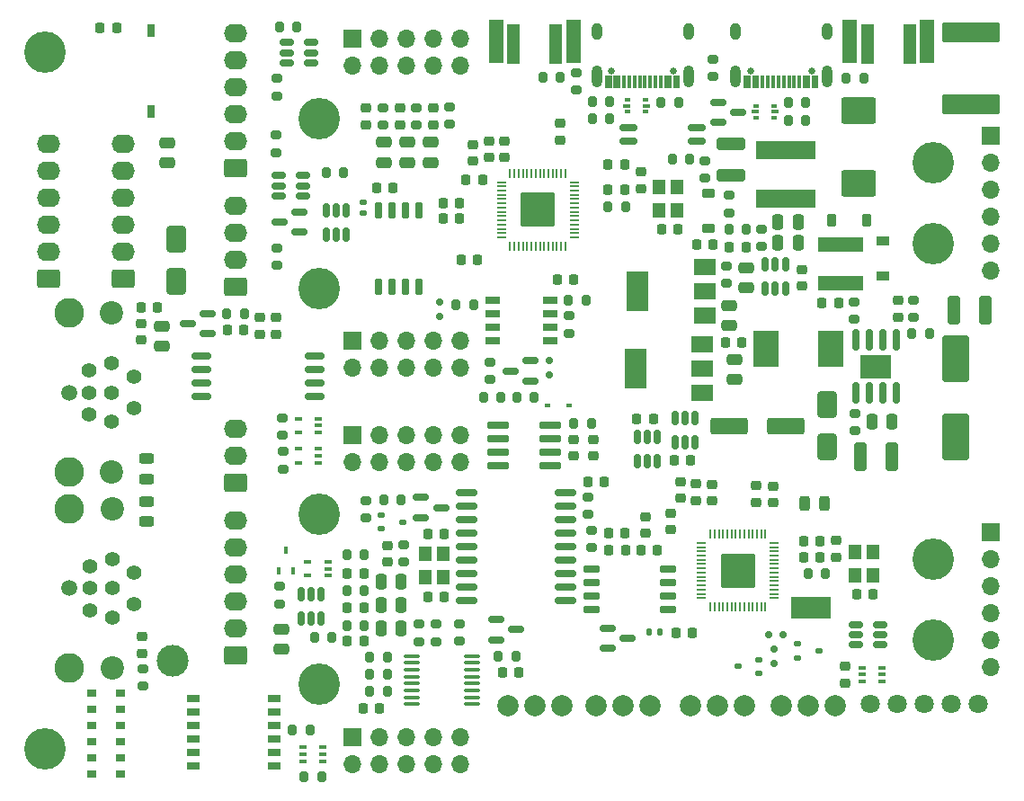
<source format=gts>
%TF.GenerationSoftware,KiCad,Pcbnew,8.0.1*%
%TF.CreationDate,2024-08-04T17:14:24+01:00*%
%TF.ProjectId,RP2040_base,52503230-3430-45f6-9261-73652e6b6963,REV1.1*%
%TF.SameCoordinates,Original*%
%TF.FileFunction,Soldermask,Top*%
%TF.FilePolarity,Negative*%
%FSLAX46Y46*%
G04 Gerber Fmt 4.6, Leading zero omitted, Abs format (unit mm)*
G04 Created by KiCad (PCBNEW 8.0.1) date 2024-08-04 17:14:24*
%MOMM*%
%LPD*%
G01*
G04 APERTURE LIST*
G04 Aperture macros list*
%AMRoundRect*
0 Rectangle with rounded corners*
0 $1 Rounding radius*
0 $2 $3 $4 $5 $6 $7 $8 $9 X,Y pos of 4 corners*
0 Add a 4 corners polygon primitive as box body*
4,1,4,$2,$3,$4,$5,$6,$7,$8,$9,$2,$3,0*
0 Add four circle primitives for the rounded corners*
1,1,$1+$1,$2,$3*
1,1,$1+$1,$4,$5*
1,1,$1+$1,$6,$7*
1,1,$1+$1,$8,$9*
0 Add four rect primitives between the rounded corners*
20,1,$1+$1,$2,$3,$4,$5,0*
20,1,$1+$1,$4,$5,$6,$7,0*
20,1,$1+$1,$6,$7,$8,$9,0*
20,1,$1+$1,$8,$9,$2,$3,0*%
G04 Aperture macros list end*
%ADD10RoundRect,0.225000X0.250000X-0.225000X0.250000X0.225000X-0.250000X0.225000X-0.250000X-0.225000X0*%
%ADD11RoundRect,0.225000X0.225000X0.250000X-0.225000X0.250000X-0.225000X-0.250000X0.225000X-0.250000X0*%
%ADD12RoundRect,0.225000X-0.225000X-0.250000X0.225000X-0.250000X0.225000X0.250000X-0.225000X0.250000X0*%
%ADD13RoundRect,0.135000X-0.185000X0.135000X-0.185000X-0.135000X0.185000X-0.135000X0.185000X0.135000X0*%
%ADD14RoundRect,0.150000X0.150000X-0.650000X0.150000X0.650000X-0.150000X0.650000X-0.150000X-0.650000X0*%
%ADD15RoundRect,0.200000X-0.200000X-0.275000X0.200000X-0.275000X0.200000X0.275000X-0.200000X0.275000X0*%
%ADD16RoundRect,0.200000X0.200000X0.275000X-0.200000X0.275000X-0.200000X-0.275000X0.200000X-0.275000X0*%
%ADD17RoundRect,0.050000X0.050000X-0.387500X0.050000X0.387500X-0.050000X0.387500X-0.050000X-0.387500X0*%
%ADD18RoundRect,0.050000X0.387500X-0.050000X0.387500X0.050000X-0.387500X0.050000X-0.387500X-0.050000X0*%
%ADD19RoundRect,0.144000X1.456000X-1.456000X1.456000X1.456000X-1.456000X1.456000X-1.456000X-1.456000X0*%
%ADD20RoundRect,0.243750X-0.243750X-0.456250X0.243750X-0.456250X0.243750X0.456250X-0.243750X0.456250X0*%
%ADD21RoundRect,0.250000X0.250000X0.475000X-0.250000X0.475000X-0.250000X-0.475000X0.250000X-0.475000X0*%
%ADD22RoundRect,0.250000X-0.475000X0.250000X-0.475000X-0.250000X0.475000X-0.250000X0.475000X0.250000X0*%
%ADD23R,0.650000X0.400000*%
%ADD24RoundRect,0.250000X-1.500000X-0.550000X1.500000X-0.550000X1.500000X0.550000X-1.500000X0.550000X0*%
%ADD25RoundRect,0.250000X0.845000X-0.620000X0.845000X0.620000X-0.845000X0.620000X-0.845000X-0.620000X0*%
%ADD26O,2.190000X1.740000*%
%ADD27R,1.460000X4.190000*%
%ADD28R,1.200000X3.760000*%
%ADD29RoundRect,0.200000X-0.275000X0.200000X-0.275000X-0.200000X0.275000X-0.200000X0.275000X0.200000X0*%
%ADD30R,1.200000X0.900000*%
%ADD31R,2.000000X1.500000*%
%ADD32R,2.000000X3.800000*%
%ADD33R,1.450000X0.800000*%
%ADD34RoundRect,0.250000X0.475000X-0.250000X0.475000X0.250000X-0.475000X0.250000X-0.475000X-0.250000X0*%
%ADD35RoundRect,0.225000X-0.250000X0.225000X-0.250000X-0.225000X0.250000X-0.225000X0.250000X0.225000X0*%
%ADD36RoundRect,0.243750X-0.456250X0.243750X-0.456250X-0.243750X0.456250X-0.243750X0.456250X0.243750X0*%
%ADD37R,0.500000X0.375000*%
%ADD38R,0.650000X0.300000*%
%ADD39C,3.900000*%
%ADD40RoundRect,0.100000X-0.637500X-0.100000X0.637500X-0.100000X0.637500X0.100000X-0.637500X0.100000X0*%
%ADD41RoundRect,0.218750X0.218750X0.256250X-0.218750X0.256250X-0.218750X-0.256250X0.218750X-0.256250X0*%
%ADD42RoundRect,0.112500X-0.237500X0.112500X-0.237500X-0.112500X0.237500X-0.112500X0.237500X0.112500X0*%
%ADD43RoundRect,0.250000X-0.250000X-0.475000X0.250000X-0.475000X0.250000X0.475000X-0.250000X0.475000X0*%
%ADD44C,2.000000*%
%ADD45RoundRect,0.200000X0.275000X-0.200000X0.275000X0.200000X-0.275000X0.200000X-0.275000X-0.200000X0*%
%ADD46RoundRect,0.150000X-0.512500X-0.150000X0.512500X-0.150000X0.512500X0.150000X-0.512500X0.150000X0*%
%ADD47RoundRect,0.150000X-0.150000X0.512500X-0.150000X-0.512500X0.150000X-0.512500X0.150000X0.512500X0*%
%ADD48RoundRect,0.112500X0.237500X-0.112500X0.237500X0.112500X-0.237500X0.112500X-0.237500X-0.112500X0*%
%ADD49R,1.700000X1.700000*%
%ADD50O,1.700000X1.700000*%
%ADD51RoundRect,0.150000X0.587500X0.150000X-0.587500X0.150000X-0.587500X-0.150000X0.587500X-0.150000X0*%
%ADD52RoundRect,0.225000X-0.375000X0.225000X-0.375000X-0.225000X0.375000X-0.225000X0.375000X0.225000X0*%
%ADD53R,2.350000X3.500000*%
%ADD54R,0.900000X0.750000*%
%ADD55RoundRect,0.150000X-0.587500X-0.150000X0.587500X-0.150000X0.587500X0.150000X-0.587500X0.150000X0*%
%ADD56R,0.450000X0.700000*%
%ADD57RoundRect,0.150000X0.750000X0.150000X-0.750000X0.150000X-0.750000X-0.150000X0.750000X-0.150000X0*%
%ADD58RoundRect,0.100000X-0.225000X-0.100000X0.225000X-0.100000X0.225000X0.100000X-0.225000X0.100000X0*%
%ADD59R,1.200000X1.400000*%
%ADD60RoundRect,0.150000X-0.200000X0.150000X-0.200000X-0.150000X0.200000X-0.150000X0.200000X0.150000X0*%
%ADD61C,1.800000*%
%ADD62RoundRect,0.150000X0.150000X-0.512500X0.150000X0.512500X-0.150000X0.512500X-0.150000X-0.512500X0*%
%ADD63RoundRect,0.225000X-0.225000X-0.375000X0.225000X-0.375000X0.225000X0.375000X-0.225000X0.375000X0*%
%ADD64RoundRect,0.250000X0.650000X-1.000000X0.650000X1.000000X-0.650000X1.000000X-0.650000X-1.000000X0*%
%ADD65RoundRect,0.250000X-0.650000X1.000000X-0.650000X-1.000000X0.650000X-1.000000X0.650000X1.000000X0*%
%ADD66C,2.200000*%
%ADD67C,2.800000*%
%ADD68C,1.400000*%
%ADD69C,1.500000*%
%ADD70C,0.650000*%
%ADD71R,0.300000X1.150000*%
%ADD72O,1.000000X2.100000*%
%ADD73O,1.000000X1.600000*%
%ADD74C,3.000000*%
%ADD75RoundRect,0.250000X1.100000X-0.325000X1.100000X0.325000X-1.100000X0.325000X-1.100000X-0.325000X0*%
%ADD76RoundRect,0.042000X0.943000X0.258000X-0.943000X0.258000X-0.943000X-0.258000X0.943000X-0.258000X0*%
%ADD77RoundRect,0.250000X2.475000X-0.712500X2.475000X0.712500X-2.475000X0.712500X-2.475000X-0.712500X0*%
%ADD78RoundRect,0.150000X-0.875000X-0.150000X0.875000X-0.150000X0.875000X0.150000X-0.875000X0.150000X0*%
%ADD79R,3.800000X2.000000*%
%ADD80R,4.200000X1.400000*%
%ADD81RoundRect,0.250000X0.325000X1.100000X-0.325000X1.100000X-0.325000X-1.100000X0.325000X-1.100000X0*%
%ADD82R,5.700000X1.700000*%
%ADD83RoundRect,0.150000X0.150000X-0.825000X0.150000X0.825000X-0.150000X0.825000X-0.150000X-0.825000X0*%
%ADD84R,3.000000X2.290000*%
%ADD85RoundRect,0.150000X-0.150000X-0.200000X0.150000X-0.200000X0.150000X0.200000X-0.150000X0.200000X0*%
%ADD86R,0.600000X0.450000*%
%ADD87RoundRect,0.218750X-0.218750X-0.256250X0.218750X-0.256250X0.218750X0.256250X-0.218750X0.256250X0*%
%ADD88RoundRect,0.135000X0.135000X0.185000X-0.135000X0.185000X-0.135000X-0.185000X0.135000X-0.185000X0*%
%ADD89RoundRect,0.250000X-0.325000X-1.100000X0.325000X-1.100000X0.325000X1.100000X-0.325000X1.100000X0*%
%ADD90RoundRect,0.150000X0.512500X0.150000X-0.512500X0.150000X-0.512500X-0.150000X0.512500X-0.150000X0*%
%ADD91R,1.270000X0.760000*%
%ADD92R,0.760000X1.270000*%
%ADD93RoundRect,0.250000X1.000000X-1.950000X1.000000X1.950000X-1.000000X1.950000X-1.000000X-1.950000X0*%
%ADD94RoundRect,0.150000X-0.662500X-0.150000X0.662500X-0.150000X0.662500X0.150000X-0.662500X0.150000X0*%
%ADD95RoundRect,0.150000X-0.650000X-0.150000X0.650000X-0.150000X0.650000X0.150000X-0.650000X0.150000X0*%
%ADD96RoundRect,0.150000X0.200000X-0.150000X0.200000X0.150000X-0.200000X0.150000X-0.200000X-0.150000X0*%
%ADD97RoundRect,0.250000X-1.400000X-1.000000X1.400000X-1.000000X1.400000X1.000000X-1.400000X1.000000X0*%
G04 APERTURE END LIST*
D10*
%TO.C,C34*%
X121980000Y-74390000D03*
X121980000Y-72840000D03*
%TD*%
D11*
%TO.C,C32*%
X121390000Y-76490000D03*
X119840000Y-76490000D03*
%TD*%
%TO.C,C38*%
X130000000Y-85875000D03*
X128450000Y-85875000D03*
%TD*%
D12*
%TO.C,C21*%
X111395000Y-77230000D03*
X112945000Y-77230000D03*
%TD*%
D13*
%TO.C,R42*%
X110150000Y-78550000D03*
X110150000Y-79570000D03*
%TD*%
D14*
%TO.C,U12*%
X111620000Y-86540000D03*
X112890000Y-86540000D03*
X114160000Y-86540000D03*
X115430000Y-86540000D03*
X115430000Y-79340000D03*
X114160000Y-79340000D03*
X112890000Y-79340000D03*
X111620000Y-79340000D03*
%TD*%
D10*
%TO.C,C28*%
X136300000Y-77280000D03*
X136300000Y-75730000D03*
%TD*%
D15*
%TO.C,R41*%
X127090000Y-66840000D03*
X128740000Y-66840000D03*
%TD*%
D11*
%TO.C,C33*%
X119240000Y-78640000D03*
X117690000Y-78640000D03*
%TD*%
D10*
%TO.C,C37*%
X128700000Y-72730000D03*
X128700000Y-71180000D03*
%TD*%
D12*
%TO.C,C39*%
X133210000Y-75000000D03*
X134760000Y-75000000D03*
%TD*%
D16*
%TO.C,R60*%
X133372000Y-69138000D03*
X131722000Y-69138000D03*
%TD*%
D12*
%TO.C,C31*%
X133210000Y-77440000D03*
X134760000Y-77440000D03*
%TD*%
D11*
%TO.C,C36*%
X120925000Y-84050000D03*
X119375000Y-84050000D03*
%TD*%
D10*
%TO.C,C41*%
X120510000Y-74690000D03*
X120510000Y-73140000D03*
%TD*%
D17*
%TO.C,U15*%
X124000000Y-82727500D03*
X124400000Y-82727500D03*
X124800000Y-82727500D03*
X125200000Y-82727500D03*
X125600000Y-82727500D03*
X126000000Y-82727500D03*
X126400000Y-82727500D03*
X126800000Y-82727500D03*
X127200000Y-82727500D03*
X127600000Y-82727500D03*
X128000000Y-82727500D03*
X128400000Y-82727500D03*
X128800000Y-82727500D03*
X129200000Y-82727500D03*
D18*
X130037500Y-81890000D03*
X130037500Y-81490000D03*
X130037500Y-81090000D03*
X130037500Y-80690000D03*
X130037500Y-80290000D03*
X130037500Y-79890000D03*
X130037500Y-79490000D03*
X130037500Y-79090000D03*
X130037500Y-78690000D03*
X130037500Y-78290000D03*
X130037500Y-77890000D03*
X130037500Y-77490000D03*
X130037500Y-77090000D03*
X130037500Y-76690000D03*
D17*
X129200000Y-75852500D03*
X128800000Y-75852500D03*
X128400000Y-75852500D03*
X128000000Y-75852500D03*
X127600000Y-75852500D03*
X127200000Y-75852500D03*
X126800000Y-75852500D03*
X126400000Y-75852500D03*
X126000000Y-75852500D03*
X125600000Y-75852500D03*
X125200000Y-75852500D03*
X124800000Y-75852500D03*
X124400000Y-75852500D03*
X124000000Y-75852500D03*
D18*
X123162500Y-76690000D03*
X123162500Y-77090000D03*
X123162500Y-77490000D03*
X123162500Y-77890000D03*
X123162500Y-78290000D03*
X123162500Y-78690000D03*
X123162500Y-79090000D03*
X123162500Y-79490000D03*
X123162500Y-79890000D03*
X123162500Y-80290000D03*
X123162500Y-80690000D03*
X123162500Y-81090000D03*
X123162500Y-81490000D03*
X123162500Y-81890000D03*
D19*
X126600000Y-79290000D03*
%TD*%
D12*
%TO.C,C27*%
X138250000Y-81150000D03*
X139800000Y-81150000D03*
%TD*%
D16*
%TO.C,R61*%
X133372000Y-70688000D03*
X131722000Y-70688000D03*
%TD*%
D11*
%TO.C,C30*%
X119240000Y-80140000D03*
X117690000Y-80140000D03*
%TD*%
D10*
%TO.C,C40*%
X123450000Y-74390000D03*
X123450000Y-72840000D03*
%TD*%
D15*
%TO.C,R52*%
X133190000Y-79040000D03*
X134840000Y-79040000D03*
%TD*%
D20*
%TO.C,C29*%
X151690500Y-106969000D03*
X153565500Y-106969000D03*
%TD*%
D21*
%TO.C,C91*%
X113725000Y-116505000D03*
X111825000Y-116505000D03*
%TD*%
D15*
%TO.C,R75*%
X118905000Y-88210000D03*
X120555000Y-88210000D03*
%TD*%
D16*
%TO.C,R99*%
X98970000Y-89095000D03*
X97320000Y-89095000D03*
%TD*%
D10*
%TO.C,C54*%
X141514000Y-106661000D03*
X141514000Y-105111000D03*
%TD*%
D22*
%TO.C,C88*%
X114315000Y-72925000D03*
X114315000Y-74825000D03*
%TD*%
D23*
%TO.C,U25*%
X106820001Y-113745001D03*
X106820000Y-113095001D03*
X106820001Y-112445001D03*
X104920001Y-112445001D03*
X104920001Y-113745001D03*
%TD*%
D24*
%TO.C,C115*%
X144585000Y-99640000D03*
X149985000Y-99640000D03*
%TD*%
D25*
%TO.C,J8*%
X98140000Y-105000000D03*
D26*
X98140000Y-102460000D03*
X98140000Y-99920000D03*
%TD*%
D12*
%TO.C,C8*%
X89209999Y-88465001D03*
X90759999Y-88465001D03*
%TD*%
D27*
%TO.C,SW1*%
X122650000Y-63393000D03*
D28*
X124300000Y-63707000D03*
D27*
X129950000Y-63393000D03*
D28*
X128300000Y-63707000D03*
%TD*%
D11*
%TO.C,C20*%
X140980000Y-102880000D03*
X139430000Y-102880000D03*
%TD*%
D29*
%TO.C,R103*%
X144645000Y-77930001D03*
X144645000Y-79580001D03*
%TD*%
D12*
%TO.C,C18*%
X135925000Y-99000000D03*
X137475000Y-99000000D03*
%TD*%
D30*
%TO.C,D37*%
X159086000Y-85520000D03*
X159086000Y-82220000D03*
%TD*%
D31*
%TO.C,U32*%
X142115000Y-96550000D03*
X142115000Y-94250000D03*
D32*
X135815000Y-94250000D03*
D31*
X142115000Y-91950000D03*
%TD*%
D33*
%TO.C,U34*%
X122310000Y-87790000D03*
X122310000Y-89060000D03*
X122310000Y-90330000D03*
X122310000Y-91600000D03*
X127760000Y-91600000D03*
X127760000Y-90330000D03*
X127760000Y-89060000D03*
X127760000Y-87790000D03*
%TD*%
D34*
%TO.C,C87*%
X112105000Y-74825000D03*
X112105000Y-72925000D03*
%TD*%
D22*
%TO.C,C86*%
X91180000Y-90250000D03*
X91180000Y-92150000D03*
%TD*%
D12*
%TO.C,C119*%
X110125000Y-126230001D03*
X111675000Y-126230001D03*
%TD*%
D35*
%TO.C,C62*%
X110391999Y-69725000D03*
X110391999Y-71275000D03*
%TD*%
D17*
%TO.C,U19*%
X142844000Y-116703500D03*
X143244000Y-116703500D03*
X143644000Y-116703500D03*
X144044000Y-116703500D03*
X144444000Y-116703500D03*
X144844000Y-116703500D03*
X145244000Y-116703500D03*
X145644000Y-116703500D03*
X146044000Y-116703500D03*
X146444000Y-116703500D03*
X146844000Y-116703500D03*
X147244000Y-116703500D03*
X147644000Y-116703500D03*
X148044000Y-116703500D03*
D18*
X148881500Y-115866000D03*
X148881500Y-115466000D03*
X148881500Y-115066000D03*
X148881500Y-114666000D03*
X148881500Y-114266000D03*
X148881500Y-113866000D03*
X148881500Y-113466000D03*
X148881500Y-113066000D03*
X148881500Y-112666000D03*
X148881500Y-112266000D03*
X148881500Y-111866000D03*
X148881500Y-111466000D03*
X148881500Y-111066000D03*
X148881500Y-110666000D03*
D17*
X148044000Y-109828500D03*
X147644000Y-109828500D03*
X147244000Y-109828500D03*
X146844000Y-109828500D03*
X146444000Y-109828500D03*
X146044000Y-109828500D03*
X145644000Y-109828500D03*
X145244000Y-109828500D03*
X144844000Y-109828500D03*
X144444000Y-109828500D03*
X144044000Y-109828500D03*
X143644000Y-109828500D03*
X143244000Y-109828500D03*
X142844000Y-109828500D03*
D18*
X142006500Y-110666000D03*
X142006500Y-111066000D03*
X142006500Y-111466000D03*
X142006500Y-111866000D03*
X142006500Y-112266000D03*
X142006500Y-112666000D03*
X142006500Y-113066000D03*
X142006500Y-113466000D03*
X142006500Y-113866000D03*
X142006500Y-114266000D03*
X142006500Y-114666000D03*
X142006500Y-115066000D03*
X142006500Y-115466000D03*
X142006500Y-115866000D03*
D19*
X145444000Y-113266000D03*
%TD*%
D36*
%TO.C,D39*%
X89760000Y-102752500D03*
X89760000Y-104627500D03*
%TD*%
D16*
%TO.C,R17*%
X106230000Y-132705000D03*
X104580000Y-132705000D03*
%TD*%
D15*
%TO.C,R53*%
X108625000Y-111800000D03*
X110275000Y-111800000D03*
%TD*%
D35*
%TO.C,C113*%
X160520001Y-87854999D03*
X160520001Y-89404999D03*
%TD*%
D37*
%TO.C,U28*%
X148825000Y-70597499D03*
D38*
X148900000Y-70059999D03*
D37*
X148825000Y-69522499D03*
X147125000Y-69522499D03*
D38*
X147050000Y-70059999D03*
D37*
X147125000Y-70597499D03*
%TD*%
D39*
%TO.C,H4*%
X80200000Y-64450000D03*
%TD*%
D40*
%TO.C,U35*%
X114712500Y-121310000D03*
X114712500Y-121960000D03*
X114712500Y-122610000D03*
X114712500Y-123260000D03*
X114712500Y-123910000D03*
X114712500Y-124560000D03*
X114712500Y-125210000D03*
X114712500Y-125860000D03*
X120437500Y-125860000D03*
X120437500Y-125210000D03*
X120437500Y-124560000D03*
X120437500Y-123910000D03*
X120437500Y-123260000D03*
X120437500Y-122610000D03*
X120437500Y-121960000D03*
X120437500Y-121310000D03*
%TD*%
D31*
%TO.C,U11*%
X142296826Y-89264466D03*
X142296826Y-86964466D03*
D32*
X135996826Y-86964466D03*
D31*
X142296826Y-84664466D03*
%TD*%
D11*
%TO.C,C121*%
X143125535Y-82526825D03*
X141575535Y-82526825D03*
%TD*%
D41*
%TO.C,FB2*%
X98932500Y-90630000D03*
X97357500Y-90630000D03*
%TD*%
D12*
%TO.C,C114*%
X153355000Y-88040000D03*
X154905000Y-88040000D03*
%TD*%
D42*
%TO.C,Q4*%
X111876841Y-108065000D03*
X111876841Y-109365000D03*
X113876841Y-108715000D03*
%TD*%
D16*
%TO.C,R15*%
X146224999Y-81130000D03*
X144574999Y-81130000D03*
%TD*%
D15*
%TO.C,R55*%
X108625000Y-115140000D03*
X110275000Y-115140000D03*
%TD*%
D16*
%TO.C,R43*%
X139869000Y-69184000D03*
X138219000Y-69184000D03*
%TD*%
D29*
%TO.C,R49*%
X129565000Y-89280000D03*
X129565000Y-90930000D03*
%TD*%
D43*
%TO.C,C112*%
X158065000Y-99245000D03*
X159965000Y-99245000D03*
%TD*%
D44*
%TO.C,J14*%
X149510000Y-126012000D03*
X152050000Y-126012000D03*
X154590000Y-126012000D03*
%TD*%
D45*
%TO.C,R44*%
X130253999Y-68011001D03*
X130253999Y-66361001D03*
%TD*%
D36*
%TO.C,D38*%
X89760000Y-106807500D03*
X89760000Y-108682500D03*
%TD*%
D29*
%TO.C,R19*%
X115385000Y-118329999D03*
X115385000Y-119979999D03*
%TD*%
D46*
%TO.C,U31*%
X156552500Y-118350000D03*
X156552500Y-119300000D03*
X156552500Y-120250000D03*
X158827500Y-120250000D03*
X158827500Y-119300000D03*
X158827500Y-118350000D03*
%TD*%
D16*
%TO.C,R40*%
X157298000Y-66914001D03*
X155648000Y-66914001D03*
%TD*%
D47*
%TO.C,U3*%
X108545000Y-79362500D03*
X107595000Y-79362500D03*
X106645000Y-79362500D03*
X106645000Y-81637500D03*
X107595000Y-81637500D03*
X108545000Y-81637500D03*
%TD*%
D12*
%TO.C,C15*%
X123280000Y-122905000D03*
X124830000Y-122905000D03*
%TD*%
D48*
%TO.C,Q1*%
X147425000Y-122970000D03*
X147425000Y-121670000D03*
X145425000Y-122320000D03*
%TD*%
D45*
%TO.C,R62*%
X101987000Y-73925000D03*
X101987000Y-72275000D03*
%TD*%
%TO.C,R98*%
X156405001Y-89620000D03*
X156405001Y-87970000D03*
%TD*%
D39*
%TO.C,U2*%
X106000000Y-108000000D03*
X106000000Y-124000000D03*
X163800000Y-112200000D03*
X163800000Y-119800000D03*
D49*
X109150000Y-100500000D03*
D50*
X109150000Y-103040000D03*
X111690000Y-100500000D03*
X111690000Y-103040000D03*
X114230000Y-100500000D03*
X114230000Y-103040000D03*
X116770000Y-100500000D03*
X116770000Y-103040000D03*
X119310000Y-100500000D03*
X119310000Y-103040000D03*
D49*
X109150000Y-128960000D03*
D50*
X109150000Y-131500000D03*
X111690000Y-128960000D03*
X111690000Y-131500000D03*
X114230000Y-128960000D03*
X114230000Y-131500000D03*
X116770000Y-128960000D03*
X116770000Y-131500000D03*
X119310000Y-128960000D03*
X119310000Y-131500000D03*
D49*
X169250000Y-109650000D03*
D50*
X169250000Y-112190000D03*
X169250000Y-114730000D03*
X169250000Y-117270000D03*
X169250000Y-119810000D03*
X169250000Y-122350000D03*
%TD*%
D21*
%TO.C,C90*%
X113725000Y-118735000D03*
X111825000Y-118735000D03*
%TD*%
D25*
%TO.C,J4*%
X98140000Y-121300000D03*
D26*
X98140000Y-118760000D03*
X98140000Y-116220000D03*
X98140000Y-113680000D03*
X98140000Y-111140000D03*
X98140000Y-108600000D03*
%TD*%
D51*
%TO.C,Q7*%
X125912500Y-95415000D03*
X125912500Y-93515000D03*
X124037500Y-94465000D03*
%TD*%
D45*
%TO.C,R10*%
X89425000Y-124175000D03*
X89425000Y-122525000D03*
%TD*%
D16*
%TO.C,R2*%
X126250001Y-96975000D03*
X124600001Y-96975000D03*
%TD*%
D22*
%TO.C,C110*%
X145105001Y-93385000D03*
X145105001Y-95285000D03*
%TD*%
D25*
%TO.C,J11*%
X98140000Y-86547000D03*
D26*
X98140000Y-84007000D03*
X98140000Y-81467000D03*
X98140000Y-78927000D03*
%TD*%
D11*
%TO.C,C58*%
X117767000Y-115747000D03*
X116217000Y-115747000D03*
%TD*%
D52*
%TO.C,D45*%
X142645000Y-77720000D03*
X142645000Y-81020000D03*
%TD*%
D25*
%TO.C,J12*%
X87528000Y-85814000D03*
D26*
X87528000Y-83274000D03*
X87528000Y-80734000D03*
X87528000Y-78194000D03*
X87528000Y-75654000D03*
X87528000Y-73114000D03*
%TD*%
D45*
%TO.C,R96*%
X162010001Y-89445000D03*
X162010001Y-87795000D03*
%TD*%
D23*
%TO.C,U6*%
X105955000Y-103130000D03*
X105955000Y-102480000D03*
X105955000Y-101830000D03*
X104055000Y-101830000D03*
X104055000Y-103130000D03*
%TD*%
D53*
%TO.C,L3*%
X154159999Y-92395000D03*
X148109999Y-92395000D03*
%TD*%
D16*
%TO.C,R8*%
X140920000Y-74495000D03*
X139270000Y-74495000D03*
%TD*%
D45*
%TO.C,R22*%
X114010000Y-112495001D03*
X114010000Y-110845001D03*
%TD*%
D12*
%TO.C,C122*%
X144250000Y-91794999D03*
X145800000Y-91794999D03*
%TD*%
%TO.C,C50*%
X151649000Y-112026000D03*
X153199000Y-112026000D03*
%TD*%
D37*
%TO.C,U27*%
X135065000Y-68962499D03*
D38*
X134990000Y-69499999D03*
D37*
X135065000Y-70037499D03*
X136765000Y-70037499D03*
D38*
X136840000Y-69499999D03*
D37*
X136765000Y-68962499D03*
%TD*%
D29*
%TO.C,R67*%
X102600000Y-102065000D03*
X102600000Y-103715000D03*
%TD*%
D45*
%TO.C,R46*%
X143134000Y-66772001D03*
X143134000Y-65122001D03*
%TD*%
D42*
%TO.C,Q2*%
X151065000Y-120175000D03*
X151065000Y-121475000D03*
X153065000Y-120825000D03*
%TD*%
D16*
%TO.C,R97*%
X163495000Y-90920000D03*
X161845000Y-90920000D03*
%TD*%
D10*
%TO.C,C42*%
X154684000Y-111991000D03*
X154684000Y-110441000D03*
%TD*%
D54*
%TO.C,D35*%
X84620000Y-124820000D03*
X84620000Y-126320000D03*
X87320000Y-126320000D03*
X87320000Y-124820000D03*
%TD*%
D35*
%TO.C,C60*%
X116767000Y-69725000D03*
X116767000Y-71275000D03*
%TD*%
%TO.C,C35*%
X129960000Y-100905000D03*
X129960000Y-102455000D03*
%TD*%
D55*
%TO.C,Q8*%
X143607500Y-69165000D03*
X143607500Y-71065000D03*
X145482500Y-70115000D03*
%TD*%
D56*
%TO.C,Q11*%
X102234999Y-113339999D03*
X103534999Y-113339999D03*
X102884999Y-111339999D03*
%TD*%
D35*
%TO.C,C61*%
X113602000Y-69725000D03*
X113602000Y-71275000D03*
%TD*%
D57*
%TO.C,U17*%
X105585000Y-96855000D03*
X105585000Y-95585000D03*
X105585000Y-94315000D03*
X105585000Y-93045000D03*
X94935000Y-93045000D03*
X94935000Y-94315000D03*
X94935000Y-95585000D03*
X94935000Y-96855000D03*
%TD*%
D44*
%TO.C,J13*%
X132100000Y-126012000D03*
X134640000Y-126012000D03*
X137180000Y-126012000D03*
%TD*%
D15*
%TO.C,R65*%
X129987000Y-99420001D03*
X131637000Y-99420001D03*
%TD*%
%TO.C,R20*%
X112105000Y-106590000D03*
X113755000Y-106590000D03*
%TD*%
D55*
%TO.C,D44*%
X122712500Y-117895000D03*
X122712500Y-119795000D03*
X124587500Y-118845000D03*
%TD*%
D15*
%TO.C,R13*%
X110775000Y-124650000D03*
X112425000Y-124650000D03*
%TD*%
D35*
%TO.C,C1*%
X101905000Y-89460000D03*
X101905000Y-91010000D03*
%TD*%
D58*
%TO.C,U4*%
X157150000Y-122425000D03*
X157150000Y-123075000D03*
X157150000Y-123725000D03*
X159050000Y-123725000D03*
X159050000Y-123075000D03*
X159050000Y-122425000D03*
%TD*%
D34*
%TO.C,C13*%
X102465000Y-120675000D03*
X102465000Y-118775000D03*
%TD*%
D16*
%TO.C,R64*%
X123116101Y-96980000D03*
X121466101Y-96980000D03*
%TD*%
D59*
%TO.C,Y2*%
X156494000Y-111496000D03*
X156494000Y-113696000D03*
X158194000Y-113696000D03*
X158194000Y-111496000D03*
%TD*%
D11*
%TO.C,C67*%
X134830000Y-109745000D03*
X133280000Y-109745000D03*
%TD*%
D60*
%TO.C,D32*%
X127695000Y-94860000D03*
X127695000Y-93460000D03*
%TD*%
D10*
%TO.C,C52*%
X140014000Y-106451000D03*
X140014000Y-104901000D03*
%TD*%
D47*
%TO.C,U24*%
X149920000Y-84412503D03*
X148970000Y-84412503D03*
X148020000Y-84412503D03*
X148020000Y-86687503D03*
X148970000Y-86687503D03*
X149920000Y-86687503D03*
%TD*%
D61*
%TO.C,J15*%
X157920000Y-125862000D03*
X160460000Y-125862000D03*
X163000000Y-125862000D03*
X165540000Y-125862000D03*
X168080000Y-125862000D03*
%TD*%
D45*
%TO.C,R48*%
X122055000Y-95290000D03*
X122055000Y-93640000D03*
%TD*%
D35*
%TO.C,C48*%
X147150000Y-105299000D03*
X147150000Y-106849000D03*
%TD*%
%TO.C,C123*%
X89305000Y-119520000D03*
X89305000Y-121070000D03*
%TD*%
D10*
%TO.C,C14*%
X112450711Y-112457132D03*
X112450711Y-110907132D03*
%TD*%
D15*
%TO.C,R74*%
X106675000Y-75790000D03*
X108325000Y-75790000D03*
%TD*%
D47*
%TO.C,U26*%
X137850000Y-100697500D03*
X136900000Y-100697500D03*
X135950000Y-100697500D03*
X135950000Y-102972500D03*
X136900000Y-102972500D03*
X137850000Y-102972500D03*
%TD*%
D45*
%TO.C,R66*%
X131692000Y-111129000D03*
X131692000Y-109479000D03*
%TD*%
%TO.C,R100*%
X102005000Y-84540000D03*
X102005000Y-82890000D03*
%TD*%
D62*
%TO.C,U9*%
X139501000Y-101200800D03*
X140451000Y-101200800D03*
X141401000Y-101200800D03*
X141401000Y-98925800D03*
X140451000Y-98925800D03*
X139501000Y-98925800D03*
%TD*%
D15*
%TO.C,R70*%
X150185001Y-70878001D03*
X151835001Y-70878001D03*
%TD*%
D59*
%TO.C,Y1*%
X138000000Y-77149999D03*
X138000000Y-79349999D03*
X139700000Y-79349999D03*
X139700000Y-77149999D03*
%TD*%
D11*
%TO.C,C49*%
X141179000Y-119178000D03*
X139629000Y-119178000D03*
%TD*%
D45*
%TO.C,R137*%
X119205000Y-119925000D03*
X119205000Y-118275000D03*
%TD*%
D23*
%TO.C,U23*%
X105950000Y-100270000D03*
X105950000Y-99620000D03*
X105950000Y-98970000D03*
X104050000Y-98970000D03*
X104050000Y-100270000D03*
%TD*%
D63*
%TO.C,D43*%
X154270000Y-80325000D03*
X157570000Y-80325000D03*
%TD*%
D25*
%TO.C,J5*%
X80528000Y-85814000D03*
D26*
X80528000Y-83274000D03*
X80528000Y-80734000D03*
X80528000Y-78194000D03*
X80528000Y-75654000D03*
X80528000Y-73114000D03*
%TD*%
D10*
%TO.C,C124*%
X89285000Y-91530000D03*
X89285000Y-89980000D03*
%TD*%
D45*
%TO.C,R21*%
X110374767Y-108339142D03*
X110374767Y-106689142D03*
%TD*%
D64*
%TO.C,D3*%
X92575000Y-86080000D03*
X92575000Y-82080000D03*
%TD*%
D65*
%TO.C,D27*%
X153885000Y-97630001D03*
X153885000Y-101630001D03*
%TD*%
D23*
%TO.C,U10*%
X104490000Y-129920000D03*
X104490000Y-130570000D03*
X104490000Y-131220000D03*
X106390000Y-131220000D03*
X106390000Y-130570000D03*
X106390000Y-129920000D03*
%TD*%
D66*
%TO.C,J17*%
X86500000Y-107450000D03*
D67*
X82500000Y-107450000D03*
D66*
X86500000Y-122450000D03*
D67*
X82500000Y-122450000D03*
D68*
X88600000Y-113450000D03*
X88600000Y-116450000D03*
X86500000Y-117675000D03*
X84400000Y-117025000D03*
X84400000Y-114950000D03*
X84400000Y-112875000D03*
X86500000Y-112225000D03*
X86500000Y-114950000D03*
D69*
X82500000Y-114950000D03*
%TD*%
D70*
%TO.C,J6*%
X152390000Y-66205000D03*
X146610000Y-66205000D03*
D71*
X152850000Y-67270000D03*
X152050000Y-67270000D03*
X150750000Y-67270000D03*
X149750000Y-67270000D03*
X149250000Y-67270000D03*
X148250000Y-67270000D03*
X146950000Y-67270000D03*
X146150000Y-67270000D03*
X146450000Y-67270000D03*
X147250000Y-67270000D03*
X147750000Y-67270000D03*
X148750000Y-67270000D03*
X150250000Y-67270000D03*
X151250000Y-67270000D03*
X151750000Y-67270000D03*
X152550000Y-67270000D03*
D72*
X153820000Y-66705000D03*
D73*
X153820000Y-62525000D03*
D72*
X145180000Y-66705000D03*
D73*
X145180000Y-62525000D03*
%TD*%
D74*
%TO.C,TP2*%
X92175000Y-121800000D03*
%TD*%
D75*
%TO.C,C3*%
X144825000Y-76050000D03*
X144825000Y-73100000D03*
%TD*%
D76*
%TO.C,U22*%
X127790000Y-103427500D03*
X127790000Y-102157500D03*
X127790000Y-100887500D03*
X127790000Y-99617500D03*
X122850000Y-99617500D03*
X122850000Y-100887500D03*
X122850000Y-102157500D03*
X122850000Y-103427500D03*
%TD*%
D15*
%TO.C,R9*%
X103500000Y-128320000D03*
X105150000Y-128320000D03*
%TD*%
D77*
%TO.C,F1*%
X167405000Y-69362500D03*
X167405000Y-62587500D03*
%TD*%
D45*
%TO.C,R14*%
X142365000Y-76320000D03*
X142365000Y-74670000D03*
%TD*%
D29*
%TO.C,R58*%
X112000000Y-69675000D03*
X112000000Y-71325000D03*
%TD*%
D54*
%TO.C,D34*%
X84620000Y-127890000D03*
X84620000Y-129390000D03*
X87320000Y-129390000D03*
X87320000Y-127890000D03*
%TD*%
D35*
%TO.C,C55*%
X100390000Y-89460000D03*
X100390000Y-91010000D03*
%TD*%
D78*
%TO.C,U18*%
X119915000Y-105956000D03*
X119915000Y-107226000D03*
X119915000Y-108496000D03*
X119915000Y-109766000D03*
X119915000Y-111036000D03*
X119915000Y-112306000D03*
X119915000Y-113576000D03*
X119915000Y-114846000D03*
X119915000Y-116116000D03*
X129215000Y-116116000D03*
X129215000Y-114846000D03*
X129215000Y-113576000D03*
X129215000Y-112306000D03*
X129215000Y-111036000D03*
X129215000Y-109766000D03*
X129215000Y-108496000D03*
X129215000Y-107226000D03*
X129215000Y-105956000D03*
%TD*%
D46*
%TO.C,U29*%
X102187500Y-76075000D03*
X102187500Y-77025000D03*
X102187500Y-77975000D03*
X104462500Y-77975000D03*
X104462500Y-77025000D03*
X104462500Y-76075000D03*
%TD*%
D39*
%TO.C,H3*%
X80200000Y-130100000D03*
%TD*%
D45*
%TO.C,R138*%
X102254999Y-116415000D03*
X102254999Y-114765000D03*
%TD*%
D79*
%TO.C,TP22*%
X152335000Y-116790000D03*
%TD*%
D16*
%TO.C,R77*%
X103892000Y-62064000D03*
X102242000Y-62064000D03*
%TD*%
D45*
%TO.C,R16*%
X147670001Y-82754999D03*
X147670001Y-81104999D03*
%TD*%
D80*
%TO.C,L2*%
X155075000Y-86250000D03*
X155075000Y-82550000D03*
%TD*%
D81*
%TO.C,C2*%
X168750000Y-88725000D03*
X165800000Y-88725000D03*
%TD*%
D82*
%TO.C,L1*%
X149925000Y-73710000D03*
X149925000Y-78210000D03*
%TD*%
D66*
%TO.C,J2*%
X86475000Y-89000000D03*
D67*
X82475000Y-89000000D03*
D66*
X86475000Y-104000000D03*
D67*
X82475000Y-104000000D03*
D68*
X88575000Y-95000000D03*
X88575000Y-98000000D03*
X86475000Y-99225000D03*
X84375000Y-98575000D03*
X84375000Y-96500000D03*
X84375000Y-94425000D03*
X86475000Y-93775000D03*
X86475000Y-96500000D03*
D69*
X82475000Y-96500000D03*
%TD*%
D83*
%TO.C,U33*%
X156520000Y-96525000D03*
X157790000Y-96525000D03*
X159060000Y-96525000D03*
X160330000Y-96525000D03*
X160330000Y-91575000D03*
X159060000Y-91575000D03*
X157790000Y-91575000D03*
X156520000Y-91575000D03*
D84*
X158425000Y-94050000D03*
%TD*%
D35*
%TO.C,C47*%
X148756000Y-105325000D03*
X148756000Y-106875000D03*
%TD*%
D85*
%TO.C,D29*%
X149725000Y-119320000D03*
X148325000Y-119320000D03*
%TD*%
D15*
%TO.C,R71*%
X150185000Y-69198000D03*
X151835000Y-69198000D03*
%TD*%
D43*
%TO.C,C95*%
X149215001Y-82434999D03*
X151115001Y-82434999D03*
%TD*%
D12*
%TO.C,C57*%
X116252000Y-109838000D03*
X117802000Y-109838000D03*
%TD*%
D29*
%TO.C,R95*%
X156500000Y-98480000D03*
X156500000Y-100130000D03*
%TD*%
D86*
%TO.C,D31*%
X129580000Y-97730000D03*
X127480000Y-97730000D03*
%TD*%
D51*
%TO.C,D1*%
X95542500Y-90975000D03*
X95542500Y-89075000D03*
X93667500Y-90025000D03*
%TD*%
D10*
%TO.C,C22*%
X131810000Y-102455000D03*
X131810000Y-100905000D03*
%TD*%
%TO.C,C51*%
X143024000Y-106690001D03*
X143024000Y-105140001D03*
%TD*%
D87*
%TO.C,D41*%
X85377500Y-62170000D03*
X86952500Y-62170000D03*
%TD*%
D27*
%TO.C,SW5*%
X155970000Y-63393000D03*
D28*
X157620000Y-63707000D03*
D27*
X163270000Y-63393000D03*
D28*
X161620000Y-63707000D03*
%TD*%
D88*
%TO.C,R51*%
X138066000Y-119082000D03*
X137046000Y-119082000D03*
%TD*%
D55*
%TO.C,D36*%
X133162500Y-118705000D03*
X133162500Y-120605000D03*
X135037500Y-119655000D03*
%TD*%
D11*
%TO.C,C53*%
X137869000Y-111336000D03*
X136319000Y-111336000D03*
%TD*%
D43*
%TO.C,C96*%
X149215000Y-80419999D03*
X151115000Y-80419999D03*
%TD*%
D89*
%TO.C,C111*%
X156975000Y-102510001D03*
X159925000Y-102510001D03*
%TD*%
D44*
%TO.C,J10*%
X141010000Y-126012000D03*
X143550000Y-126012000D03*
X146090000Y-126012000D03*
%TD*%
D15*
%TO.C,R57*%
X108625000Y-118450000D03*
X110275000Y-118450000D03*
%TD*%
D90*
%TO.C,U43*%
X105237500Y-65450000D03*
X105237500Y-64500000D03*
X105237500Y-63550000D03*
X102962500Y-63550000D03*
X102962500Y-64500000D03*
X102962500Y-65450000D03*
%TD*%
D29*
%TO.C,R68*%
X102525000Y-98870000D03*
X102525000Y-100520000D03*
%TD*%
D12*
%TO.C,C63*%
X108675000Y-116813000D03*
X110225000Y-116813000D03*
%TD*%
D54*
%TO.C,D33*%
X84620000Y-130910000D03*
X84620000Y-132410000D03*
X87320000Y-132410000D03*
X87320000Y-130910000D03*
%TD*%
D91*
%TO.C,SW3*%
X94185000Y-125300000D03*
X94185000Y-126570000D03*
X94185000Y-127840000D03*
X94185000Y-129110000D03*
X94185000Y-130380000D03*
X94185000Y-131650000D03*
X101805000Y-131650000D03*
X101805000Y-130380000D03*
X101805000Y-129110000D03*
X101805000Y-127840000D03*
X101805000Y-126570000D03*
X101805000Y-125300000D03*
%TD*%
D15*
%TO.C,R11*%
X110775000Y-121450000D03*
X112425000Y-121450000D03*
%TD*%
D11*
%TO.C,C43*%
X134839001Y-111338000D03*
X133289001Y-111338000D03*
%TD*%
D15*
%TO.C,R79*%
X105575000Y-119590001D03*
X107225000Y-119590001D03*
%TD*%
D25*
%TO.C,J3*%
X98140000Y-75350000D03*
D26*
X98140000Y-72810000D03*
X98140000Y-70270000D03*
X98140000Y-67730000D03*
X98140000Y-65190000D03*
X98140000Y-62650000D03*
%TD*%
D10*
%TO.C,C46*%
X139134000Y-109439000D03*
X139134000Y-107889000D03*
%TD*%
D35*
%TO.C,C4*%
X155545000Y-122305000D03*
X155545000Y-123855000D03*
%TD*%
D22*
%TO.C,C12*%
X91695000Y-72975000D03*
X91695000Y-74875000D03*
%TD*%
D92*
%TO.C,SW4*%
X90170001Y-70080000D03*
X90170001Y-62460000D03*
%TD*%
D21*
%TO.C,C92*%
X113725000Y-114295000D03*
X111825000Y-114295000D03*
%TD*%
D59*
%TO.C,Y3*%
X117679000Y-113874000D03*
X117679000Y-111674000D03*
X115979000Y-111674000D03*
X115979000Y-113874000D03*
%TD*%
D29*
%TO.C,R54*%
X118250000Y-69575000D03*
X118250000Y-71225000D03*
%TD*%
%TO.C,R18*%
X117020000Y-118330000D03*
X117020000Y-119980000D03*
%TD*%
D93*
%TO.C,C120*%
X165919698Y-100725001D03*
X165919698Y-93325001D03*
%TD*%
D35*
%TO.C,C98*%
X151485000Y-84910001D03*
X151485000Y-86460001D03*
%TD*%
D15*
%TO.C,R23*%
X122880000Y-121365000D03*
X124530000Y-121365000D03*
%TD*%
D29*
%TO.C,R56*%
X115190000Y-69675000D03*
X115190000Y-71325000D03*
%TD*%
D22*
%TO.C,C89*%
X116525000Y-72925000D03*
X116525000Y-74825000D03*
%TD*%
D12*
%TO.C,C23*%
X108675000Y-113537000D03*
X110225000Y-113537000D03*
%TD*%
D34*
%TO.C,C94*%
X146199999Y-86670001D03*
X146199999Y-84770001D03*
%TD*%
D12*
%TO.C,C45*%
X151659000Y-110526000D03*
X153209000Y-110526000D03*
%TD*%
D11*
%TO.C,C19*%
X158169000Y-115516000D03*
X156619000Y-115516000D03*
%TD*%
D10*
%TO.C,C44*%
X136725000Y-109738999D03*
X136725000Y-108188999D03*
%TD*%
D39*
%TO.C,U1*%
X106000000Y-70700000D03*
X106000000Y-86700000D03*
X163800000Y-74900000D03*
X163800000Y-82500000D03*
D49*
X109150000Y-63200000D03*
D50*
X109150000Y-65740000D03*
X111690000Y-63200000D03*
X111690000Y-65740000D03*
X114230000Y-63200000D03*
X114230000Y-65740000D03*
X116770000Y-63200000D03*
X116770000Y-65740000D03*
X119310000Y-63200000D03*
X119310000Y-65740000D03*
D49*
X109150000Y-91660000D03*
D50*
X109150000Y-94200000D03*
X111690000Y-91660000D03*
X111690000Y-94200000D03*
X114230000Y-91660000D03*
X114230000Y-94200000D03*
X116770000Y-91660000D03*
X116770000Y-94200000D03*
X119310000Y-91660000D03*
X119310000Y-94200000D03*
D49*
X169250000Y-72350000D03*
D50*
X169250000Y-74890000D03*
X169250000Y-77430000D03*
X169250000Y-79970000D03*
X169250000Y-82510000D03*
X169250000Y-85050000D03*
%TD*%
D55*
%TO.C,Q3*%
X115617500Y-106390000D03*
X115617500Y-108290000D03*
X117492501Y-107340000D03*
%TD*%
D15*
%TO.C,R12*%
X110775000Y-123050000D03*
X112425000Y-123050000D03*
%TD*%
D12*
%TO.C,C97*%
X144635000Y-82820000D03*
X146185000Y-82820000D03*
%TD*%
D94*
%TO.C,U16*%
X135157500Y-71530000D03*
X135157500Y-72800000D03*
X141532500Y-72800000D03*
X141532500Y-71530000D03*
%TD*%
D12*
%TO.C,C56*%
X131295000Y-104930000D03*
X132845000Y-104930000D03*
%TD*%
D45*
%TO.C,R72*%
X131300000Y-108000000D03*
X131300000Y-106350000D03*
%TD*%
D22*
%TO.C,C24*%
X144591825Y-88294466D03*
X144591825Y-90194466D03*
%TD*%
D12*
%TO.C,C64*%
X108675001Y-119948000D03*
X110225001Y-119948000D03*
%TD*%
D45*
%TO.C,R106*%
X144379001Y-86236002D03*
X144379001Y-84586002D03*
%TD*%
D95*
%TO.C,U13*%
X131702000Y-113128000D03*
X131702000Y-114398000D03*
X131702000Y-115668000D03*
X131702000Y-116938000D03*
X138902000Y-116938000D03*
X138902000Y-115668000D03*
X138902000Y-114398000D03*
X138902000Y-113128000D03*
%TD*%
D16*
%TO.C,R76*%
X131125000Y-87790000D03*
X129475000Y-87790000D03*
%TD*%
D47*
%TO.C,U30*%
X106204999Y-115517500D03*
X105255000Y-115517500D03*
X104305001Y-115517500D03*
X104305001Y-117792500D03*
X105255000Y-117792500D03*
X106204999Y-117792500D03*
%TD*%
D29*
%TO.C,R63*%
X102012000Y-66925000D03*
X102012000Y-68575000D03*
%TD*%
D51*
%TO.C,D40*%
X104142500Y-81425000D03*
X104142500Y-79525000D03*
X102267500Y-80475000D03*
%TD*%
D96*
%TO.C,D28*%
X117335000Y-87970000D03*
X117335000Y-89370000D03*
%TD*%
D70*
%TO.C,J1*%
X139340000Y-66205000D03*
X133560000Y-66205000D03*
D71*
X139800000Y-67270000D03*
X139000000Y-67270000D03*
X137700000Y-67270000D03*
X136700000Y-67270000D03*
X136200000Y-67270000D03*
X135200000Y-67270000D03*
X133900000Y-67270000D03*
X133100000Y-67270000D03*
X133400000Y-67270000D03*
X134200000Y-67270000D03*
X134700000Y-67270000D03*
X135700000Y-67270000D03*
X137200000Y-67270000D03*
X138200000Y-67270000D03*
X138700000Y-67270000D03*
X139500000Y-67270000D03*
D72*
X140770000Y-66705000D03*
D73*
X140770000Y-62525000D03*
D72*
X132130000Y-66705000D03*
D73*
X132130000Y-62525000D03*
%TD*%
D15*
%TO.C,R47*%
X152039000Y-113526000D03*
X153689000Y-113526000D03*
%TD*%
D97*
%TO.C,D4*%
X156825000Y-69970000D03*
X156825000Y-76770000D03*
%TD*%
D60*
%TO.C,D30*%
X148885000Y-122060000D03*
X148885000Y-120660000D03*
%TD*%
D44*
%TO.C,J9*%
X123810000Y-126012000D03*
X126350000Y-126012000D03*
X128890000Y-126012000D03*
%TD*%
M02*

</source>
